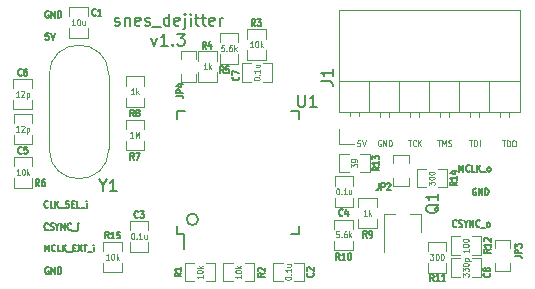
<source format=gto>
G04 #@! TF.GenerationSoftware,KiCad,Pcbnew,5.0.0-rc2+dfsg1-3*
G04 #@! TF.CreationDate,2018-07-29T23:17:11+03:00*
G04 #@! TF.ProjectId,snes_dejitter,736E65735F64656A69747465722E6B69,rev?*
G04 #@! TF.SameCoordinates,Original*
G04 #@! TF.FileFunction,Legend,Top*
G04 #@! TF.FilePolarity,Positive*
%FSLAX46Y46*%
G04 Gerber Fmt 4.6, Leading zero omitted, Abs format (unit mm)*
G04 Created by KiCad (PCBNEW 5.0.0-rc2+dfsg1-3) date Sun Jul 29 23:17:11 2018*
%MOMM*%
%LPD*%
G01*
G04 APERTURE LIST*
%ADD10C,0.200000*%
%ADD11C,0.119380*%
%ADD12C,0.120000*%
%ADD13C,0.150000*%
%ADD14C,0.127000*%
%ADD15C,0.114300*%
G04 APERTURE END LIST*
D10*
X22052380Y-14874761D02*
X22147619Y-14922380D01*
X22338095Y-14922380D01*
X22433333Y-14874761D01*
X22480952Y-14779523D01*
X22480952Y-14731904D01*
X22433333Y-14636666D01*
X22338095Y-14589047D01*
X22195238Y-14589047D01*
X22100000Y-14541428D01*
X22052380Y-14446190D01*
X22052380Y-14398571D01*
X22100000Y-14303333D01*
X22195238Y-14255714D01*
X22338095Y-14255714D01*
X22433333Y-14303333D01*
X22909523Y-14255714D02*
X22909523Y-14922380D01*
X22909523Y-14350952D02*
X22957142Y-14303333D01*
X23052380Y-14255714D01*
X23195238Y-14255714D01*
X23290476Y-14303333D01*
X23338095Y-14398571D01*
X23338095Y-14922380D01*
X24195238Y-14874761D02*
X24100000Y-14922380D01*
X23909523Y-14922380D01*
X23814285Y-14874761D01*
X23766666Y-14779523D01*
X23766666Y-14398571D01*
X23814285Y-14303333D01*
X23909523Y-14255714D01*
X24100000Y-14255714D01*
X24195238Y-14303333D01*
X24242857Y-14398571D01*
X24242857Y-14493809D01*
X23766666Y-14589047D01*
X24623809Y-14874761D02*
X24719047Y-14922380D01*
X24909523Y-14922380D01*
X25004761Y-14874761D01*
X25052380Y-14779523D01*
X25052380Y-14731904D01*
X25004761Y-14636666D01*
X24909523Y-14589047D01*
X24766666Y-14589047D01*
X24671428Y-14541428D01*
X24623809Y-14446190D01*
X24623809Y-14398571D01*
X24671428Y-14303333D01*
X24766666Y-14255714D01*
X24909523Y-14255714D01*
X25004761Y-14303333D01*
X25242857Y-15017619D02*
X26004761Y-15017619D01*
X26671428Y-14922380D02*
X26671428Y-13922380D01*
X26671428Y-14874761D02*
X26576190Y-14922380D01*
X26385714Y-14922380D01*
X26290476Y-14874761D01*
X26242857Y-14827142D01*
X26195238Y-14731904D01*
X26195238Y-14446190D01*
X26242857Y-14350952D01*
X26290476Y-14303333D01*
X26385714Y-14255714D01*
X26576190Y-14255714D01*
X26671428Y-14303333D01*
X27528571Y-14874761D02*
X27433333Y-14922380D01*
X27242857Y-14922380D01*
X27147619Y-14874761D01*
X27100000Y-14779523D01*
X27100000Y-14398571D01*
X27147619Y-14303333D01*
X27242857Y-14255714D01*
X27433333Y-14255714D01*
X27528571Y-14303333D01*
X27576190Y-14398571D01*
X27576190Y-14493809D01*
X27100000Y-14589047D01*
X28004761Y-14255714D02*
X28004761Y-15112857D01*
X27957142Y-15208095D01*
X27861904Y-15255714D01*
X27814285Y-15255714D01*
X28004761Y-13922380D02*
X27957142Y-13970000D01*
X28004761Y-14017619D01*
X28052380Y-13970000D01*
X28004761Y-13922380D01*
X28004761Y-14017619D01*
X28480952Y-14922380D02*
X28480952Y-14255714D01*
X28480952Y-13922380D02*
X28433333Y-13970000D01*
X28480952Y-14017619D01*
X28528571Y-13970000D01*
X28480952Y-13922380D01*
X28480952Y-14017619D01*
X28814285Y-14255714D02*
X29195238Y-14255714D01*
X28957142Y-13922380D02*
X28957142Y-14779523D01*
X29004761Y-14874761D01*
X29100000Y-14922380D01*
X29195238Y-14922380D01*
X29385714Y-14255714D02*
X29766666Y-14255714D01*
X29528571Y-13922380D02*
X29528571Y-14779523D01*
X29576190Y-14874761D01*
X29671428Y-14922380D01*
X29766666Y-14922380D01*
X30480952Y-14874761D02*
X30385714Y-14922380D01*
X30195238Y-14922380D01*
X30099999Y-14874761D01*
X30052380Y-14779523D01*
X30052380Y-14398571D01*
X30099999Y-14303333D01*
X30195238Y-14255714D01*
X30385714Y-14255714D01*
X30480952Y-14303333D01*
X30528571Y-14398571D01*
X30528571Y-14493809D01*
X30052380Y-14589047D01*
X30957142Y-14922380D02*
X30957142Y-14255714D01*
X30957142Y-14446190D02*
X31004761Y-14350952D01*
X31052380Y-14303333D01*
X31147619Y-14255714D01*
X31242857Y-14255714D01*
X25171428Y-15955714D02*
X25409523Y-16622380D01*
X25647619Y-15955714D01*
X26552380Y-16622380D02*
X25980952Y-16622380D01*
X26266666Y-16622380D02*
X26266666Y-15622380D01*
X26171428Y-15765238D01*
X26076190Y-15860476D01*
X25980952Y-15908095D01*
X26980952Y-16527142D02*
X27028571Y-16574761D01*
X26980952Y-16622380D01*
X26933333Y-16574761D01*
X26980952Y-16527142D01*
X26980952Y-16622380D01*
X27361904Y-15622380D02*
X27980952Y-15622380D01*
X27647619Y-16003333D01*
X27790476Y-16003333D01*
X27885714Y-16050952D01*
X27933333Y-16098571D01*
X27980952Y-16193809D01*
X27980952Y-16431904D01*
X27933333Y-16527142D01*
X27885714Y-16574761D01*
X27790476Y-16622380D01*
X27504761Y-16622380D01*
X27409523Y-16574761D01*
X27361904Y-16527142D01*
D11*
G04 #@! TO.C,R15*
X21075140Y-35020380D02*
X21075140Y-35802700D01*
X21075140Y-34019620D02*
X21075140Y-33237300D01*
X22644860Y-35020380D02*
X22644860Y-35802700D01*
X22644860Y-33237300D02*
X22644860Y-34019620D01*
X22622000Y-35810320D02*
X21098000Y-35810320D01*
X21098000Y-33229680D02*
X22622000Y-33229680D01*
G04 #@! TO.C,JP4*
X28930000Y-17740000D02*
X28930000Y-17090000D01*
X28930000Y-19040000D02*
X28930000Y-19690000D01*
X27630000Y-17740000D02*
X27630000Y-17090000D01*
X27630000Y-19690000D02*
X27630000Y-19040000D01*
X27630000Y-17090000D02*
X28930000Y-17090000D01*
X28930000Y-19690000D02*
X27630000Y-19690000D01*
G04 #@! TO.C,C1*
X19774860Y-14159620D02*
X19774860Y-13377300D01*
X19774860Y-15160380D02*
X19774860Y-15942700D01*
X18205140Y-14159620D02*
X18205140Y-13377300D01*
X18205140Y-15942700D02*
X18205140Y-15160380D01*
X18228000Y-13369680D02*
X19752000Y-13369680D01*
X19752000Y-15950320D02*
X18228000Y-15950320D01*
G04 #@! TO.C,C2*
X37270380Y-36564860D02*
X38052700Y-36564860D01*
X36269620Y-36564860D02*
X35487300Y-36564860D01*
X37270380Y-34995140D02*
X38052700Y-34995140D01*
X35487300Y-34995140D02*
X36269620Y-34995140D01*
X38060320Y-35018000D02*
X38060320Y-36542000D01*
X35479680Y-36542000D02*
X35479680Y-35018000D01*
G04 #@! TO.C,C3*
X23335140Y-33270380D02*
X23335140Y-34052700D01*
X23335140Y-32269620D02*
X23335140Y-31487300D01*
X24904860Y-33270380D02*
X24904860Y-34052700D01*
X24904860Y-31487300D02*
X24904860Y-32269620D01*
X24882000Y-34060320D02*
X23358000Y-34060320D01*
X23358000Y-31479680D02*
X24882000Y-31479680D01*
G04 #@! TO.C,C4*
X40675140Y-29490380D02*
X40675140Y-30272700D01*
X40675140Y-28489620D02*
X40675140Y-27707300D01*
X42244860Y-29490380D02*
X42244860Y-30272700D01*
X42244860Y-27707300D02*
X42244860Y-28489620D01*
X42222000Y-30280320D02*
X40698000Y-30280320D01*
X40698000Y-27699680D02*
X42222000Y-27699680D01*
G04 #@! TO.C,C5*
X15064860Y-23169620D02*
X15064860Y-22387300D01*
X15064860Y-24170380D02*
X15064860Y-24952700D01*
X13495140Y-23169620D02*
X13495140Y-22387300D01*
X13495140Y-24952700D02*
X13495140Y-24170380D01*
X13518000Y-22379680D02*
X15042000Y-22379680D01*
X15042000Y-24960320D02*
X13518000Y-24960320D01*
G04 #@! TO.C,C6*
X13485140Y-21240380D02*
X13485140Y-22022700D01*
X13485140Y-20239620D02*
X13485140Y-19457300D01*
X15054860Y-21240380D02*
X15054860Y-22022700D01*
X15054860Y-19457300D02*
X15054860Y-20239620D01*
X15032000Y-22030320D02*
X13508000Y-22030320D01*
X13508000Y-19449680D02*
X15032000Y-19449680D01*
G04 #@! TO.C,C7*
X34600380Y-19684860D02*
X35382700Y-19684860D01*
X33599620Y-19684860D02*
X32817300Y-19684860D01*
X34600380Y-18115140D02*
X35382700Y-18115140D01*
X32817300Y-18115140D02*
X33599620Y-18115140D01*
X35390320Y-18138000D02*
X35390320Y-19662000D01*
X32809680Y-19662000D02*
X32809680Y-18138000D01*
G04 #@! TO.C,C8*
X51289620Y-34605140D02*
X50507300Y-34605140D01*
X52290380Y-34605140D02*
X53072700Y-34605140D01*
X51289620Y-36174860D02*
X50507300Y-36174860D01*
X53072700Y-36174860D02*
X52290380Y-36174860D01*
X50499680Y-36152000D02*
X50499680Y-34628000D01*
X53080320Y-34628000D02*
X53080320Y-36152000D01*
D12*
G04 #@! TO.C,Q1*
X48000000Y-30920000D02*
X47070000Y-30920000D01*
X44840000Y-30920000D02*
X45770000Y-30920000D01*
X44840000Y-30920000D02*
X44840000Y-34080000D01*
X48000000Y-30920000D02*
X48000000Y-32380000D01*
D11*
G04 #@! TO.C,R1*
X29770380Y-36574860D02*
X30552700Y-36574860D01*
X28769620Y-36574860D02*
X27987300Y-36574860D01*
X29770380Y-35005140D02*
X30552700Y-35005140D01*
X27987300Y-35005140D02*
X28769620Y-35005140D01*
X30560320Y-35028000D02*
X30560320Y-36552000D01*
X27979680Y-36552000D02*
X27979680Y-35028000D01*
G04 #@! TO.C,R2*
X32049620Y-35005140D02*
X31267300Y-35005140D01*
X33050380Y-35005140D02*
X33832700Y-35005140D01*
X32049620Y-36574860D02*
X31267300Y-36574860D01*
X33832700Y-36574860D02*
X33050380Y-36574860D01*
X31259680Y-36552000D02*
X31259680Y-35028000D01*
X33840320Y-35028000D02*
X33840320Y-36552000D01*
G04 #@! TO.C,R3*
X34834860Y-16029620D02*
X34834860Y-15247300D01*
X34834860Y-17030380D02*
X34834860Y-17812700D01*
X33265140Y-16029620D02*
X33265140Y-15247300D01*
X33265140Y-17812700D02*
X33265140Y-17030380D01*
X33288000Y-15239680D02*
X34812000Y-15239680D01*
X34812000Y-17820320D02*
X33288000Y-17820320D01*
G04 #@! TO.C,R4*
X30704860Y-17899620D02*
X30704860Y-17117300D01*
X30704860Y-18900380D02*
X30704860Y-19682700D01*
X29135140Y-17899620D02*
X29135140Y-17117300D01*
X29135140Y-19682700D02*
X29135140Y-18900380D01*
X29158000Y-17109680D02*
X30682000Y-17109680D01*
X30682000Y-19690320D02*
X29158000Y-19690320D01*
G04 #@! TO.C,R5*
X32514860Y-16359620D02*
X32514860Y-15577300D01*
X32514860Y-17360380D02*
X32514860Y-18142700D01*
X30945140Y-16359620D02*
X30945140Y-15577300D01*
X30945140Y-18142700D02*
X30945140Y-17360380D01*
X30968000Y-15569680D02*
X32492000Y-15569680D01*
X32492000Y-18150320D02*
X30968000Y-18150320D01*
G04 #@! TO.C,R6*
X15074860Y-26849620D02*
X15074860Y-26067300D01*
X15074860Y-27850380D02*
X15074860Y-28632700D01*
X13505140Y-26849620D02*
X13505140Y-26067300D01*
X13505140Y-28632700D02*
X13505140Y-27850380D01*
X13528000Y-26059680D02*
X15052000Y-26059680D01*
X15052000Y-28640320D02*
X13528000Y-28640320D01*
G04 #@! TO.C,R7*
X24544860Y-23679620D02*
X24544860Y-22897300D01*
X24544860Y-24680380D02*
X24544860Y-25462700D01*
X22975140Y-23679620D02*
X22975140Y-22897300D01*
X22975140Y-25462700D02*
X22975140Y-24680380D01*
X22998000Y-22889680D02*
X24522000Y-22889680D01*
X24522000Y-25470320D02*
X22998000Y-25470320D01*
G04 #@! TO.C,R8*
X24544860Y-20029620D02*
X24544860Y-19247300D01*
X24544860Y-21030380D02*
X24544860Y-21812700D01*
X22975140Y-20029620D02*
X22975140Y-19247300D01*
X22975140Y-21812700D02*
X22975140Y-21030380D01*
X22998000Y-19239680D02*
X24522000Y-19239680D01*
X24522000Y-21820320D02*
X22998000Y-21820320D01*
G04 #@! TO.C,R9*
X42675140Y-31280380D02*
X42675140Y-32062700D01*
X42675140Y-30279620D02*
X42675140Y-29497300D01*
X44244860Y-31280380D02*
X44244860Y-32062700D01*
X44244860Y-29497300D02*
X44244860Y-30279620D01*
X44222000Y-32070320D02*
X42698000Y-32070320D01*
X42698000Y-29489680D02*
X44222000Y-29489680D01*
G04 #@! TO.C,R10*
X40665140Y-33140380D02*
X40665140Y-33922700D01*
X40665140Y-32139620D02*
X40665140Y-31357300D01*
X42234860Y-33140380D02*
X42234860Y-33922700D01*
X42234860Y-31357300D02*
X42234860Y-32139620D01*
X42212000Y-33930320D02*
X40688000Y-33930320D01*
X40688000Y-31349680D02*
X42212000Y-31349680D01*
G04 #@! TO.C,R11*
X48565140Y-35050380D02*
X48565140Y-35832700D01*
X48565140Y-34049620D02*
X48565140Y-33267300D01*
X50134860Y-35050380D02*
X50134860Y-35832700D01*
X50134860Y-33267300D02*
X50134860Y-34049620D01*
X50112000Y-35840320D02*
X48588000Y-35840320D01*
X48588000Y-33259680D02*
X50112000Y-33259680D01*
G04 #@! TO.C,R12*
X51289620Y-32765140D02*
X50507300Y-32765140D01*
X52290380Y-32765140D02*
X53072700Y-32765140D01*
X51289620Y-34334860D02*
X50507300Y-34334860D01*
X53072700Y-34334860D02*
X52290380Y-34334860D01*
X50499680Y-34312000D02*
X50499680Y-32788000D01*
X53080320Y-32788000D02*
X53080320Y-34312000D01*
G04 #@! TO.C,R13*
X41859620Y-25785140D02*
X41077300Y-25785140D01*
X42860380Y-25785140D02*
X43642700Y-25785140D01*
X41859620Y-27354860D02*
X41077300Y-27354860D01*
X43642700Y-27354860D02*
X42860380Y-27354860D01*
X41069680Y-27332000D02*
X41069680Y-25808000D01*
X43650320Y-25808000D02*
X43650320Y-27332000D01*
G04 #@! TO.C,R14*
X49410380Y-28634860D02*
X50192700Y-28634860D01*
X48409620Y-28634860D02*
X47627300Y-28634860D01*
X49410380Y-27065140D02*
X50192700Y-27065140D01*
X47627300Y-27065140D02*
X48409620Y-27065140D01*
X50200320Y-27088000D02*
X50200320Y-28612000D01*
X47619680Y-28612000D02*
X47619680Y-27088000D01*
D12*
G04 #@! TO.C,Y1*
X16505000Y-25365000D02*
X16505000Y-19115000D01*
X21555000Y-25365000D02*
X21555000Y-19115000D01*
X21555000Y-25365000D02*
G75*
G02X16505000Y-25365000I-2525000J0D01*
G01*
X21555000Y-19115000D02*
G75*
G03X16505000Y-19115000I-2525000J0D01*
G01*
D13*
G04 #@! TO.C,U1*
X29111964Y-31334940D02*
G75*
G03X29111964Y-31334940I-480544J0D01*
G01*
X27335000Y-32545000D02*
X27910000Y-32545000D01*
X27335000Y-22195000D02*
X28010000Y-22195000D01*
X37685000Y-22195000D02*
X37010000Y-22195000D01*
X37685000Y-32545000D02*
X37010000Y-32545000D01*
X27335000Y-32545000D02*
X27335000Y-31870000D01*
X37685000Y-32545000D02*
X37685000Y-31870000D01*
X37685000Y-22195000D02*
X37685000Y-22870000D01*
X27335000Y-22195000D02*
X27335000Y-22870000D01*
X27910000Y-32545000D02*
X27910000Y-33820000D01*
D12*
G04 #@! TO.C,J1*
X41020000Y-22250000D02*
X56380000Y-22250000D01*
X56380000Y-22250000D02*
X56380000Y-13590000D01*
X56380000Y-19590000D02*
X41020000Y-19590000D01*
X41020000Y-13590000D02*
X41020000Y-22250000D01*
X41020000Y-13590000D02*
X56380000Y-13590000D01*
X41970000Y-22580000D02*
X41970000Y-22250000D01*
X42730000Y-22580000D02*
X42730000Y-22250000D01*
X43620000Y-22250000D02*
X43620000Y-19590000D01*
X44510000Y-22647071D02*
X44510000Y-22250000D01*
X45270000Y-22647071D02*
X45270000Y-22250000D01*
X46160000Y-22250000D02*
X46160000Y-19590000D01*
X47050000Y-22647071D02*
X47050000Y-22250000D01*
X47810000Y-22647071D02*
X47810000Y-22250000D01*
X48700000Y-22250000D02*
X48700000Y-19590000D01*
X49590000Y-22647071D02*
X49590000Y-22250000D01*
X50350000Y-22647071D02*
X50350000Y-22250000D01*
X51240000Y-22250000D02*
X51240000Y-19590000D01*
X52130000Y-22647071D02*
X52130000Y-22250000D01*
X52890000Y-22647071D02*
X52890000Y-22250000D01*
X53780000Y-22250000D02*
X53780000Y-19590000D01*
X54670000Y-22647071D02*
X54670000Y-22250000D01*
X55430000Y-22647071D02*
X55430000Y-22250000D01*
X42350000Y-24960000D02*
X41080000Y-24960000D01*
X41080000Y-24960000D02*
X41080000Y-23690000D01*
D11*
G04 #@! TO.C,JP2*
X45650000Y-27850000D02*
X45650000Y-28500000D01*
X45650000Y-26550000D02*
X45650000Y-25900000D01*
X46950000Y-27850000D02*
X46950000Y-28500000D01*
X46950000Y-25900000D02*
X46950000Y-26550000D01*
X46950000Y-28500000D02*
X45650000Y-28500000D01*
X45650000Y-25900000D02*
X46950000Y-25900000D01*
G04 #@! TO.C,JP3*
X54260000Y-35050000D02*
X54260000Y-35700000D01*
X54260000Y-33750000D02*
X54260000Y-33100000D01*
X55560000Y-35050000D02*
X55560000Y-35700000D01*
X55560000Y-33100000D02*
X55560000Y-33750000D01*
X55560000Y-35700000D02*
X54260000Y-35700000D01*
X54260000Y-33100000D02*
X55560000Y-33100000D01*
G04 #@! TO.C,R15*
D14*
X21533428Y-32955480D02*
X21364095Y-32677290D01*
X21243142Y-32955480D02*
X21243142Y-32371280D01*
X21436666Y-32371280D01*
X21485047Y-32399100D01*
X21509238Y-32426919D01*
X21533428Y-32482557D01*
X21533428Y-32566014D01*
X21509238Y-32621652D01*
X21485047Y-32649471D01*
X21436666Y-32677290D01*
X21243142Y-32677290D01*
X22017238Y-32955480D02*
X21726952Y-32955480D01*
X21872095Y-32955480D02*
X21872095Y-32371280D01*
X21823714Y-32454738D01*
X21775333Y-32510376D01*
X21726952Y-32538195D01*
X22476857Y-32371280D02*
X22234952Y-32371280D01*
X22210761Y-32649471D01*
X22234952Y-32621652D01*
X22283333Y-32593833D01*
X22404285Y-32593833D01*
X22452666Y-32621652D01*
X22476857Y-32649471D01*
X22501047Y-32705109D01*
X22501047Y-32844204D01*
X22476857Y-32899842D01*
X22452666Y-32927661D01*
X22404285Y-32955480D01*
X22283333Y-32955480D01*
X22234952Y-32927661D01*
X22210761Y-32899842D01*
D15*
X21587857Y-34749809D02*
X21326600Y-34749809D01*
X21457228Y-34749809D02*
X21457228Y-34241809D01*
X21413685Y-34314380D01*
X21370142Y-34362761D01*
X21326600Y-34386952D01*
X21870885Y-34241809D02*
X21914428Y-34241809D01*
X21957971Y-34266000D01*
X21979742Y-34290190D01*
X22001514Y-34338571D01*
X22023285Y-34435333D01*
X22023285Y-34556285D01*
X22001514Y-34653047D01*
X21979742Y-34701428D01*
X21957971Y-34725619D01*
X21914428Y-34749809D01*
X21870885Y-34749809D01*
X21827342Y-34725619D01*
X21805571Y-34701428D01*
X21783800Y-34653047D01*
X21762028Y-34556285D01*
X21762028Y-34435333D01*
X21783800Y-34338571D01*
X21805571Y-34290190D01*
X21827342Y-34266000D01*
X21870885Y-34241809D01*
X22219228Y-34749809D02*
X22219228Y-34241809D01*
X22262771Y-34556285D02*
X22393400Y-34749809D01*
X22393400Y-34411142D02*
X22219228Y-34604666D01*
G04 #@! TO.C,JP4*
D14*
X27240080Y-20853333D02*
X27657366Y-20853333D01*
X27740823Y-20877523D01*
X27796461Y-20925904D01*
X27824280Y-20998476D01*
X27824280Y-21046857D01*
X27824280Y-20611428D02*
X27240080Y-20611428D01*
X27240080Y-20417904D01*
X27267900Y-20369523D01*
X27295719Y-20345333D01*
X27351357Y-20321142D01*
X27434814Y-20321142D01*
X27490452Y-20345333D01*
X27518271Y-20369523D01*
X27546090Y-20417904D01*
X27546090Y-20611428D01*
X27434814Y-19885714D02*
X27824280Y-19885714D01*
X27212261Y-20006666D02*
X27629547Y-20127619D01*
X27629547Y-19813142D01*
G04 #@! TO.C,C1*
X20445333Y-14028642D02*
X20421142Y-14056461D01*
X20348571Y-14084280D01*
X20300190Y-14084280D01*
X20227619Y-14056461D01*
X20179238Y-14000823D01*
X20155047Y-13945185D01*
X20130857Y-13833909D01*
X20130857Y-13750452D01*
X20155047Y-13639176D01*
X20179238Y-13583538D01*
X20227619Y-13527900D01*
X20300190Y-13500080D01*
X20348571Y-13500080D01*
X20421142Y-13527900D01*
X20445333Y-13555719D01*
X20929142Y-14084280D02*
X20638857Y-14084280D01*
X20784000Y-14084280D02*
X20784000Y-13500080D01*
X20735619Y-13583538D01*
X20687238Y-13639176D01*
X20638857Y-13666995D01*
D15*
X18696085Y-14889809D02*
X18434828Y-14889809D01*
X18565457Y-14889809D02*
X18565457Y-14381809D01*
X18521914Y-14454380D01*
X18478371Y-14502761D01*
X18434828Y-14526952D01*
X18979114Y-14381809D02*
X19022657Y-14381809D01*
X19066200Y-14406000D01*
X19087971Y-14430190D01*
X19109742Y-14478571D01*
X19131514Y-14575333D01*
X19131514Y-14696285D01*
X19109742Y-14793047D01*
X19087971Y-14841428D01*
X19066200Y-14865619D01*
X19022657Y-14889809D01*
X18979114Y-14889809D01*
X18935571Y-14865619D01*
X18913800Y-14841428D01*
X18892028Y-14793047D01*
X18870257Y-14696285D01*
X18870257Y-14575333D01*
X18892028Y-14478571D01*
X18913800Y-14430190D01*
X18935571Y-14406000D01*
X18979114Y-14381809D01*
X19523400Y-14551142D02*
X19523400Y-14889809D01*
X19327457Y-14551142D02*
X19327457Y-14817238D01*
X19349228Y-14865619D01*
X19392771Y-14889809D01*
X19458085Y-14889809D01*
X19501628Y-14865619D01*
X19523400Y-14841428D01*
G04 #@! TO.C,C2*
D14*
X38838642Y-35884666D02*
X38866461Y-35908857D01*
X38894280Y-35981428D01*
X38894280Y-36029809D01*
X38866461Y-36102380D01*
X38810823Y-36150761D01*
X38755185Y-36174952D01*
X38643909Y-36199142D01*
X38560452Y-36199142D01*
X38449176Y-36174952D01*
X38393538Y-36150761D01*
X38337900Y-36102380D01*
X38310080Y-36029809D01*
X38310080Y-35981428D01*
X38337900Y-35908857D01*
X38365719Y-35884666D01*
X38365719Y-35691142D02*
X38337900Y-35666952D01*
X38310080Y-35618571D01*
X38310080Y-35497619D01*
X38337900Y-35449238D01*
X38365719Y-35425047D01*
X38421357Y-35400857D01*
X38476995Y-35400857D01*
X38560452Y-35425047D01*
X38894280Y-35715333D01*
X38894280Y-35400857D01*
D15*
X36491809Y-36335171D02*
X36491809Y-36291628D01*
X36516000Y-36248085D01*
X36540190Y-36226314D01*
X36588571Y-36204542D01*
X36685333Y-36182771D01*
X36806285Y-36182771D01*
X36903047Y-36204542D01*
X36951428Y-36226314D01*
X36975619Y-36248085D01*
X36999809Y-36291628D01*
X36999809Y-36335171D01*
X36975619Y-36378714D01*
X36951428Y-36400485D01*
X36903047Y-36422257D01*
X36806285Y-36444028D01*
X36685333Y-36444028D01*
X36588571Y-36422257D01*
X36540190Y-36400485D01*
X36516000Y-36378714D01*
X36491809Y-36335171D01*
X36951428Y-35986828D02*
X36975619Y-35965057D01*
X36999809Y-35986828D01*
X36975619Y-36008600D01*
X36951428Y-35986828D01*
X36999809Y-35986828D01*
X36999809Y-35529628D02*
X36999809Y-35790885D01*
X36999809Y-35660257D02*
X36491809Y-35660257D01*
X36564380Y-35703800D01*
X36612761Y-35747342D01*
X36636952Y-35790885D01*
X36661142Y-35137742D02*
X36999809Y-35137742D01*
X36661142Y-35333685D02*
X36927238Y-35333685D01*
X36975619Y-35311914D01*
X36999809Y-35268371D01*
X36999809Y-35203057D01*
X36975619Y-35159514D01*
X36951428Y-35137742D01*
G04 #@! TO.C,C3*
D14*
X24035333Y-31149842D02*
X24011142Y-31177661D01*
X23938571Y-31205480D01*
X23890190Y-31205480D01*
X23817619Y-31177661D01*
X23769238Y-31122023D01*
X23745047Y-31066385D01*
X23720857Y-30955109D01*
X23720857Y-30871652D01*
X23745047Y-30760376D01*
X23769238Y-30704738D01*
X23817619Y-30649100D01*
X23890190Y-30621280D01*
X23938571Y-30621280D01*
X24011142Y-30649100D01*
X24035333Y-30676919D01*
X24204666Y-30621280D02*
X24519142Y-30621280D01*
X24349809Y-30843833D01*
X24422380Y-30843833D01*
X24470761Y-30871652D01*
X24494952Y-30899471D01*
X24519142Y-30955109D01*
X24519142Y-31094204D01*
X24494952Y-31149842D01*
X24470761Y-31177661D01*
X24422380Y-31205480D01*
X24277238Y-31205480D01*
X24228857Y-31177661D01*
X24204666Y-31149842D01*
D15*
X23564828Y-32491809D02*
X23608371Y-32491809D01*
X23651914Y-32516000D01*
X23673685Y-32540190D01*
X23695457Y-32588571D01*
X23717228Y-32685333D01*
X23717228Y-32806285D01*
X23695457Y-32903047D01*
X23673685Y-32951428D01*
X23651914Y-32975619D01*
X23608371Y-32999809D01*
X23564828Y-32999809D01*
X23521285Y-32975619D01*
X23499514Y-32951428D01*
X23477742Y-32903047D01*
X23455971Y-32806285D01*
X23455971Y-32685333D01*
X23477742Y-32588571D01*
X23499514Y-32540190D01*
X23521285Y-32516000D01*
X23564828Y-32491809D01*
X23913171Y-32951428D02*
X23934942Y-32975619D01*
X23913171Y-32999809D01*
X23891400Y-32975619D01*
X23913171Y-32951428D01*
X23913171Y-32999809D01*
X24370371Y-32999809D02*
X24109114Y-32999809D01*
X24239742Y-32999809D02*
X24239742Y-32491809D01*
X24196200Y-32564380D01*
X24152657Y-32612761D01*
X24109114Y-32636952D01*
X24762257Y-32661142D02*
X24762257Y-32999809D01*
X24566314Y-32661142D02*
X24566314Y-32927238D01*
X24588085Y-32975619D01*
X24631628Y-32999809D01*
X24696942Y-32999809D01*
X24740485Y-32975619D01*
X24762257Y-32951428D01*
G04 #@! TO.C,C4*
D14*
X41365333Y-30988642D02*
X41341142Y-31016461D01*
X41268571Y-31044280D01*
X41220190Y-31044280D01*
X41147619Y-31016461D01*
X41099238Y-30960823D01*
X41075047Y-30905185D01*
X41050857Y-30793909D01*
X41050857Y-30710452D01*
X41075047Y-30599176D01*
X41099238Y-30543538D01*
X41147619Y-30487900D01*
X41220190Y-30460080D01*
X41268571Y-30460080D01*
X41341142Y-30487900D01*
X41365333Y-30515719D01*
X41800761Y-30654814D02*
X41800761Y-31044280D01*
X41679809Y-30432261D02*
X41558857Y-30849547D01*
X41873333Y-30849547D01*
D15*
X40904828Y-28711809D02*
X40948371Y-28711809D01*
X40991914Y-28736000D01*
X41013685Y-28760190D01*
X41035457Y-28808571D01*
X41057228Y-28905333D01*
X41057228Y-29026285D01*
X41035457Y-29123047D01*
X41013685Y-29171428D01*
X40991914Y-29195619D01*
X40948371Y-29219809D01*
X40904828Y-29219809D01*
X40861285Y-29195619D01*
X40839514Y-29171428D01*
X40817742Y-29123047D01*
X40795971Y-29026285D01*
X40795971Y-28905333D01*
X40817742Y-28808571D01*
X40839514Y-28760190D01*
X40861285Y-28736000D01*
X40904828Y-28711809D01*
X41253171Y-29171428D02*
X41274942Y-29195619D01*
X41253171Y-29219809D01*
X41231400Y-29195619D01*
X41253171Y-29171428D01*
X41253171Y-29219809D01*
X41710371Y-29219809D02*
X41449114Y-29219809D01*
X41579742Y-29219809D02*
X41579742Y-28711809D01*
X41536200Y-28784380D01*
X41492657Y-28832761D01*
X41449114Y-28856952D01*
X42102257Y-28881142D02*
X42102257Y-29219809D01*
X41906314Y-28881142D02*
X41906314Y-29147238D01*
X41928085Y-29195619D01*
X41971628Y-29219809D01*
X42036942Y-29219809D01*
X42080485Y-29195619D01*
X42102257Y-29171428D01*
G04 #@! TO.C,C5*
D14*
X14195333Y-25707442D02*
X14171142Y-25735261D01*
X14098571Y-25763080D01*
X14050190Y-25763080D01*
X13977619Y-25735261D01*
X13929238Y-25679623D01*
X13905047Y-25623985D01*
X13880857Y-25512709D01*
X13880857Y-25429252D01*
X13905047Y-25317976D01*
X13929238Y-25262338D01*
X13977619Y-25206700D01*
X14050190Y-25178880D01*
X14098571Y-25178880D01*
X14171142Y-25206700D01*
X14195333Y-25234519D01*
X14654952Y-25178880D02*
X14413047Y-25178880D01*
X14388857Y-25457071D01*
X14413047Y-25429252D01*
X14461428Y-25401433D01*
X14582380Y-25401433D01*
X14630761Y-25429252D01*
X14654952Y-25457071D01*
X14679142Y-25512709D01*
X14679142Y-25651804D01*
X14654952Y-25707442D01*
X14630761Y-25735261D01*
X14582380Y-25763080D01*
X14461428Y-25763080D01*
X14413047Y-25735261D01*
X14388857Y-25707442D01*
D15*
X13986085Y-23899809D02*
X13724828Y-23899809D01*
X13855457Y-23899809D02*
X13855457Y-23391809D01*
X13811914Y-23464380D01*
X13768371Y-23512761D01*
X13724828Y-23536952D01*
X14160257Y-23440190D02*
X14182028Y-23416000D01*
X14225571Y-23391809D01*
X14334428Y-23391809D01*
X14377971Y-23416000D01*
X14399742Y-23440190D01*
X14421514Y-23488571D01*
X14421514Y-23536952D01*
X14399742Y-23609523D01*
X14138485Y-23899809D01*
X14421514Y-23899809D01*
X14617457Y-23561142D02*
X14617457Y-24069142D01*
X14617457Y-23585333D02*
X14661000Y-23561142D01*
X14748085Y-23561142D01*
X14791628Y-23585333D01*
X14813400Y-23609523D01*
X14835171Y-23657904D01*
X14835171Y-23803047D01*
X14813400Y-23851428D01*
X14791628Y-23875619D01*
X14748085Y-23899809D01*
X14661000Y-23899809D01*
X14617457Y-23875619D01*
G04 #@! TO.C,C6*
D14*
X14185333Y-19119842D02*
X14161142Y-19147661D01*
X14088571Y-19175480D01*
X14040190Y-19175480D01*
X13967619Y-19147661D01*
X13919238Y-19092023D01*
X13895047Y-19036385D01*
X13870857Y-18925109D01*
X13870857Y-18841652D01*
X13895047Y-18730376D01*
X13919238Y-18674738D01*
X13967619Y-18619100D01*
X14040190Y-18591280D01*
X14088571Y-18591280D01*
X14161142Y-18619100D01*
X14185333Y-18646919D01*
X14620761Y-18591280D02*
X14524000Y-18591280D01*
X14475619Y-18619100D01*
X14451428Y-18646919D01*
X14403047Y-18730376D01*
X14378857Y-18841652D01*
X14378857Y-19064204D01*
X14403047Y-19119842D01*
X14427238Y-19147661D01*
X14475619Y-19175480D01*
X14572380Y-19175480D01*
X14620761Y-19147661D01*
X14644952Y-19119842D01*
X14669142Y-19064204D01*
X14669142Y-18925109D01*
X14644952Y-18869471D01*
X14620761Y-18841652D01*
X14572380Y-18813833D01*
X14475619Y-18813833D01*
X14427238Y-18841652D01*
X14403047Y-18869471D01*
X14378857Y-18925109D01*
D15*
X13976085Y-20969809D02*
X13714828Y-20969809D01*
X13845457Y-20969809D02*
X13845457Y-20461809D01*
X13801914Y-20534380D01*
X13758371Y-20582761D01*
X13714828Y-20606952D01*
X14150257Y-20510190D02*
X14172028Y-20486000D01*
X14215571Y-20461809D01*
X14324428Y-20461809D01*
X14367971Y-20486000D01*
X14389742Y-20510190D01*
X14411514Y-20558571D01*
X14411514Y-20606952D01*
X14389742Y-20679523D01*
X14128485Y-20969809D01*
X14411514Y-20969809D01*
X14607457Y-20631142D02*
X14607457Y-21139142D01*
X14607457Y-20655333D02*
X14651000Y-20631142D01*
X14738085Y-20631142D01*
X14781628Y-20655333D01*
X14803400Y-20679523D01*
X14825171Y-20727904D01*
X14825171Y-20873047D01*
X14803400Y-20921428D01*
X14781628Y-20945619D01*
X14738085Y-20969809D01*
X14651000Y-20969809D01*
X14607457Y-20945619D01*
G04 #@! TO.C,C7*
D14*
X32558642Y-19244666D02*
X32586461Y-19268857D01*
X32614280Y-19341428D01*
X32614280Y-19389809D01*
X32586461Y-19462380D01*
X32530823Y-19510761D01*
X32475185Y-19534952D01*
X32363909Y-19559142D01*
X32280452Y-19559142D01*
X32169176Y-19534952D01*
X32113538Y-19510761D01*
X32057900Y-19462380D01*
X32030080Y-19389809D01*
X32030080Y-19341428D01*
X32057900Y-19268857D01*
X32085719Y-19244666D01*
X32030080Y-19075333D02*
X32030080Y-18736666D01*
X32614280Y-18954380D01*
D15*
X33821809Y-19455171D02*
X33821809Y-19411628D01*
X33846000Y-19368085D01*
X33870190Y-19346314D01*
X33918571Y-19324542D01*
X34015333Y-19302771D01*
X34136285Y-19302771D01*
X34233047Y-19324542D01*
X34281428Y-19346314D01*
X34305619Y-19368085D01*
X34329809Y-19411628D01*
X34329809Y-19455171D01*
X34305619Y-19498714D01*
X34281428Y-19520485D01*
X34233047Y-19542257D01*
X34136285Y-19564028D01*
X34015333Y-19564028D01*
X33918571Y-19542257D01*
X33870190Y-19520485D01*
X33846000Y-19498714D01*
X33821809Y-19455171D01*
X34281428Y-19106828D02*
X34305619Y-19085057D01*
X34329809Y-19106828D01*
X34305619Y-19128600D01*
X34281428Y-19106828D01*
X34329809Y-19106828D01*
X34329809Y-18649628D02*
X34329809Y-18910885D01*
X34329809Y-18780257D02*
X33821809Y-18780257D01*
X33894380Y-18823800D01*
X33942761Y-18867342D01*
X33966952Y-18910885D01*
X33991142Y-18257742D02*
X34329809Y-18257742D01*
X33991142Y-18453685D02*
X34257238Y-18453685D01*
X34305619Y-18431914D01*
X34329809Y-18388371D01*
X34329809Y-18323057D01*
X34305619Y-18279514D01*
X34281428Y-18257742D01*
G04 #@! TO.C,C8*
D14*
X53798642Y-35904666D02*
X53826461Y-35928857D01*
X53854280Y-36001428D01*
X53854280Y-36049809D01*
X53826461Y-36122380D01*
X53770823Y-36170761D01*
X53715185Y-36194952D01*
X53603909Y-36219142D01*
X53520452Y-36219142D01*
X53409176Y-36194952D01*
X53353538Y-36170761D01*
X53297900Y-36122380D01*
X53270080Y-36049809D01*
X53270080Y-36001428D01*
X53297900Y-35928857D01*
X53325719Y-35904666D01*
X53520452Y-35614380D02*
X53492633Y-35662761D01*
X53464814Y-35686952D01*
X53409176Y-35711142D01*
X53381357Y-35711142D01*
X53325719Y-35686952D01*
X53297900Y-35662761D01*
X53270080Y-35614380D01*
X53270080Y-35517619D01*
X53297900Y-35469238D01*
X53325719Y-35445047D01*
X53381357Y-35420857D01*
X53409176Y-35420857D01*
X53464814Y-35445047D01*
X53492633Y-35469238D01*
X53520452Y-35517619D01*
X53520452Y-35614380D01*
X53548271Y-35662761D01*
X53576090Y-35686952D01*
X53631728Y-35711142D01*
X53743004Y-35711142D01*
X53798642Y-35686952D01*
X53826461Y-35662761D01*
X53854280Y-35614380D01*
X53854280Y-35517619D01*
X53826461Y-35469238D01*
X53798642Y-35445047D01*
X53743004Y-35420857D01*
X53631728Y-35420857D01*
X53576090Y-35445047D01*
X53548271Y-35469238D01*
X53520452Y-35517619D01*
D15*
X51511809Y-36184657D02*
X51511809Y-35901628D01*
X51705333Y-36054028D01*
X51705333Y-35988714D01*
X51729523Y-35945171D01*
X51753714Y-35923400D01*
X51802095Y-35901628D01*
X51923047Y-35901628D01*
X51971428Y-35923400D01*
X51995619Y-35945171D01*
X52019809Y-35988714D01*
X52019809Y-36119342D01*
X51995619Y-36162885D01*
X51971428Y-36184657D01*
X51511809Y-35749228D02*
X51511809Y-35466200D01*
X51705333Y-35618600D01*
X51705333Y-35553285D01*
X51729523Y-35509742D01*
X51753714Y-35487971D01*
X51802095Y-35466200D01*
X51923047Y-35466200D01*
X51971428Y-35487971D01*
X51995619Y-35509742D01*
X52019809Y-35553285D01*
X52019809Y-35683914D01*
X51995619Y-35727457D01*
X51971428Y-35749228D01*
X51511809Y-35183171D02*
X51511809Y-35139628D01*
X51536000Y-35096085D01*
X51560190Y-35074314D01*
X51608571Y-35052542D01*
X51705333Y-35030771D01*
X51826285Y-35030771D01*
X51923047Y-35052542D01*
X51971428Y-35074314D01*
X51995619Y-35096085D01*
X52019809Y-35139628D01*
X52019809Y-35183171D01*
X51995619Y-35226714D01*
X51971428Y-35248485D01*
X51923047Y-35270257D01*
X51826285Y-35292028D01*
X51705333Y-35292028D01*
X51608571Y-35270257D01*
X51560190Y-35248485D01*
X51536000Y-35226714D01*
X51511809Y-35183171D01*
X51681142Y-34834828D02*
X52189142Y-34834828D01*
X51705333Y-34834828D02*
X51681142Y-34791285D01*
X51681142Y-34704200D01*
X51705333Y-34660657D01*
X51729523Y-34638885D01*
X51777904Y-34617114D01*
X51923047Y-34617114D01*
X51971428Y-34638885D01*
X51995619Y-34660657D01*
X52019809Y-34704200D01*
X52019809Y-34791285D01*
X51995619Y-34834828D01*
G04 #@! TO.C,Q1*
D13*
X49517619Y-30055238D02*
X49470000Y-30150476D01*
X49374761Y-30245714D01*
X49231904Y-30388571D01*
X49184285Y-30483809D01*
X49184285Y-30579047D01*
X49422380Y-30531428D02*
X49374761Y-30626666D01*
X49279523Y-30721904D01*
X49089047Y-30769523D01*
X48755714Y-30769523D01*
X48565238Y-30721904D01*
X48470000Y-30626666D01*
X48422380Y-30531428D01*
X48422380Y-30340952D01*
X48470000Y-30245714D01*
X48565238Y-30150476D01*
X48755714Y-30102857D01*
X49089047Y-30102857D01*
X49279523Y-30150476D01*
X49374761Y-30245714D01*
X49422380Y-30340952D01*
X49422380Y-30531428D01*
X49422380Y-29150476D02*
X49422380Y-29721904D01*
X49422380Y-29436190D02*
X48422380Y-29436190D01*
X48565238Y-29531428D01*
X48660476Y-29626666D01*
X48708095Y-29721904D01*
G04 #@! TO.C,R1*
D14*
X27705480Y-35874666D02*
X27427290Y-36044000D01*
X27705480Y-36164952D02*
X27121280Y-36164952D01*
X27121280Y-35971428D01*
X27149100Y-35923047D01*
X27176919Y-35898857D01*
X27232557Y-35874666D01*
X27316014Y-35874666D01*
X27371652Y-35898857D01*
X27399471Y-35923047D01*
X27427290Y-35971428D01*
X27427290Y-36164952D01*
X27705480Y-35390857D02*
X27705480Y-35681142D01*
X27705480Y-35536000D02*
X27121280Y-35536000D01*
X27204738Y-35584380D01*
X27260376Y-35632761D01*
X27288195Y-35681142D01*
D15*
X29499809Y-36062142D02*
X29499809Y-36323400D01*
X29499809Y-36192771D02*
X28991809Y-36192771D01*
X29064380Y-36236314D01*
X29112761Y-36279857D01*
X29136952Y-36323400D01*
X28991809Y-35779114D02*
X28991809Y-35735571D01*
X29016000Y-35692028D01*
X29040190Y-35670257D01*
X29088571Y-35648485D01*
X29185333Y-35626714D01*
X29306285Y-35626714D01*
X29403047Y-35648485D01*
X29451428Y-35670257D01*
X29475619Y-35692028D01*
X29499809Y-35735571D01*
X29499809Y-35779114D01*
X29475619Y-35822657D01*
X29451428Y-35844428D01*
X29403047Y-35866200D01*
X29306285Y-35887971D01*
X29185333Y-35887971D01*
X29088571Y-35866200D01*
X29040190Y-35844428D01*
X29016000Y-35822657D01*
X28991809Y-35779114D01*
X29499809Y-35430771D02*
X28991809Y-35430771D01*
X29306285Y-35387228D02*
X29499809Y-35256600D01*
X29161142Y-35256600D02*
X29354666Y-35430771D01*
G04 #@! TO.C,R2*
D14*
X34744280Y-35904666D02*
X34466090Y-36074000D01*
X34744280Y-36194952D02*
X34160080Y-36194952D01*
X34160080Y-36001428D01*
X34187900Y-35953047D01*
X34215719Y-35928857D01*
X34271357Y-35904666D01*
X34354814Y-35904666D01*
X34410452Y-35928857D01*
X34438271Y-35953047D01*
X34466090Y-36001428D01*
X34466090Y-36194952D01*
X34215719Y-35711142D02*
X34187900Y-35686952D01*
X34160080Y-35638571D01*
X34160080Y-35517619D01*
X34187900Y-35469238D01*
X34215719Y-35445047D01*
X34271357Y-35420857D01*
X34326995Y-35420857D01*
X34410452Y-35445047D01*
X34744280Y-35735333D01*
X34744280Y-35420857D01*
D15*
X32779809Y-36062142D02*
X32779809Y-36323400D01*
X32779809Y-36192771D02*
X32271809Y-36192771D01*
X32344380Y-36236314D01*
X32392761Y-36279857D01*
X32416952Y-36323400D01*
X32271809Y-35779114D02*
X32271809Y-35735571D01*
X32296000Y-35692028D01*
X32320190Y-35670257D01*
X32368571Y-35648485D01*
X32465333Y-35626714D01*
X32586285Y-35626714D01*
X32683047Y-35648485D01*
X32731428Y-35670257D01*
X32755619Y-35692028D01*
X32779809Y-35735571D01*
X32779809Y-35779114D01*
X32755619Y-35822657D01*
X32731428Y-35844428D01*
X32683047Y-35866200D01*
X32586285Y-35887971D01*
X32465333Y-35887971D01*
X32368571Y-35866200D01*
X32320190Y-35844428D01*
X32296000Y-35822657D01*
X32271809Y-35779114D01*
X32779809Y-35430771D02*
X32271809Y-35430771D01*
X32586285Y-35387228D02*
X32779809Y-35256600D01*
X32441142Y-35256600D02*
X32634666Y-35430771D01*
G04 #@! TO.C,R3*
D14*
X33975333Y-14954280D02*
X33806000Y-14676090D01*
X33685047Y-14954280D02*
X33685047Y-14370080D01*
X33878571Y-14370080D01*
X33926952Y-14397900D01*
X33951142Y-14425719D01*
X33975333Y-14481357D01*
X33975333Y-14564814D01*
X33951142Y-14620452D01*
X33926952Y-14648271D01*
X33878571Y-14676090D01*
X33685047Y-14676090D01*
X34144666Y-14370080D02*
X34459142Y-14370080D01*
X34289809Y-14592633D01*
X34362380Y-14592633D01*
X34410761Y-14620452D01*
X34434952Y-14648271D01*
X34459142Y-14703909D01*
X34459142Y-14843004D01*
X34434952Y-14898642D01*
X34410761Y-14926461D01*
X34362380Y-14954280D01*
X34217238Y-14954280D01*
X34168857Y-14926461D01*
X34144666Y-14898642D01*
D15*
X33777857Y-16759809D02*
X33516600Y-16759809D01*
X33647228Y-16759809D02*
X33647228Y-16251809D01*
X33603685Y-16324380D01*
X33560142Y-16372761D01*
X33516600Y-16396952D01*
X34060885Y-16251809D02*
X34104428Y-16251809D01*
X34147971Y-16276000D01*
X34169742Y-16300190D01*
X34191514Y-16348571D01*
X34213285Y-16445333D01*
X34213285Y-16566285D01*
X34191514Y-16663047D01*
X34169742Y-16711428D01*
X34147971Y-16735619D01*
X34104428Y-16759809D01*
X34060885Y-16759809D01*
X34017342Y-16735619D01*
X33995571Y-16711428D01*
X33973800Y-16663047D01*
X33952028Y-16566285D01*
X33952028Y-16445333D01*
X33973800Y-16348571D01*
X33995571Y-16300190D01*
X34017342Y-16276000D01*
X34060885Y-16251809D01*
X34409228Y-16759809D02*
X34409228Y-16251809D01*
X34452771Y-16566285D02*
X34583400Y-16759809D01*
X34583400Y-16421142D02*
X34409228Y-16614666D01*
G04 #@! TO.C,R4*
D14*
X29785333Y-16884280D02*
X29616000Y-16606090D01*
X29495047Y-16884280D02*
X29495047Y-16300080D01*
X29688571Y-16300080D01*
X29736952Y-16327900D01*
X29761142Y-16355719D01*
X29785333Y-16411357D01*
X29785333Y-16494814D01*
X29761142Y-16550452D01*
X29736952Y-16578271D01*
X29688571Y-16606090D01*
X29495047Y-16606090D01*
X30220761Y-16494814D02*
X30220761Y-16884280D01*
X30099809Y-16272261D02*
X29978857Y-16689547D01*
X30293333Y-16689547D01*
D15*
X29865571Y-18629809D02*
X29604314Y-18629809D01*
X29734942Y-18629809D02*
X29734942Y-18121809D01*
X29691400Y-18194380D01*
X29647857Y-18242761D01*
X29604314Y-18266952D01*
X30061514Y-18629809D02*
X30061514Y-18121809D01*
X30105057Y-18436285D02*
X30235685Y-18629809D01*
X30235685Y-18291142D02*
X30061514Y-18484666D01*
G04 #@! TO.C,R5*
D14*
X31275333Y-18954280D02*
X31106000Y-18676090D01*
X30985047Y-18954280D02*
X30985047Y-18370080D01*
X31178571Y-18370080D01*
X31226952Y-18397900D01*
X31251142Y-18425719D01*
X31275333Y-18481357D01*
X31275333Y-18564814D01*
X31251142Y-18620452D01*
X31226952Y-18648271D01*
X31178571Y-18676090D01*
X30985047Y-18676090D01*
X31734952Y-18370080D02*
X31493047Y-18370080D01*
X31468857Y-18648271D01*
X31493047Y-18620452D01*
X31541428Y-18592633D01*
X31662380Y-18592633D01*
X31710761Y-18620452D01*
X31734952Y-18648271D01*
X31759142Y-18703909D01*
X31759142Y-18843004D01*
X31734952Y-18898642D01*
X31710761Y-18926461D01*
X31662380Y-18954280D01*
X31541428Y-18954280D01*
X31493047Y-18926461D01*
X31468857Y-18898642D01*
D15*
X31327228Y-16581809D02*
X31109514Y-16581809D01*
X31087742Y-16823714D01*
X31109514Y-16799523D01*
X31153057Y-16775333D01*
X31261914Y-16775333D01*
X31305457Y-16799523D01*
X31327228Y-16823714D01*
X31349000Y-16872095D01*
X31349000Y-16993047D01*
X31327228Y-17041428D01*
X31305457Y-17065619D01*
X31261914Y-17089809D01*
X31153057Y-17089809D01*
X31109514Y-17065619D01*
X31087742Y-17041428D01*
X31544942Y-17041428D02*
X31566714Y-17065619D01*
X31544942Y-17089809D01*
X31523171Y-17065619D01*
X31544942Y-17041428D01*
X31544942Y-17089809D01*
X31958600Y-16581809D02*
X31871514Y-16581809D01*
X31827971Y-16606000D01*
X31806200Y-16630190D01*
X31762657Y-16702761D01*
X31740885Y-16799523D01*
X31740885Y-16993047D01*
X31762657Y-17041428D01*
X31784428Y-17065619D01*
X31827971Y-17089809D01*
X31915057Y-17089809D01*
X31958600Y-17065619D01*
X31980371Y-17041428D01*
X32002142Y-16993047D01*
X32002142Y-16872095D01*
X31980371Y-16823714D01*
X31958600Y-16799523D01*
X31915057Y-16775333D01*
X31827971Y-16775333D01*
X31784428Y-16799523D01*
X31762657Y-16823714D01*
X31740885Y-16872095D01*
X32198085Y-17089809D02*
X32198085Y-16581809D01*
X32241628Y-16896285D02*
X32372257Y-17089809D01*
X32372257Y-16751142D02*
X32198085Y-16944666D01*
G04 #@! TO.C,R6*
D14*
X15685333Y-28504280D02*
X15516000Y-28226090D01*
X15395047Y-28504280D02*
X15395047Y-27920080D01*
X15588571Y-27920080D01*
X15636952Y-27947900D01*
X15661142Y-27975719D01*
X15685333Y-28031357D01*
X15685333Y-28114814D01*
X15661142Y-28170452D01*
X15636952Y-28198271D01*
X15588571Y-28226090D01*
X15395047Y-28226090D01*
X16120761Y-27920080D02*
X16024000Y-27920080D01*
X15975619Y-27947900D01*
X15951428Y-27975719D01*
X15903047Y-28059176D01*
X15878857Y-28170452D01*
X15878857Y-28393004D01*
X15903047Y-28448642D01*
X15927238Y-28476461D01*
X15975619Y-28504280D01*
X16072380Y-28504280D01*
X16120761Y-28476461D01*
X16144952Y-28448642D01*
X16169142Y-28393004D01*
X16169142Y-28253909D01*
X16144952Y-28198271D01*
X16120761Y-28170452D01*
X16072380Y-28142633D01*
X15975619Y-28142633D01*
X15927238Y-28170452D01*
X15903047Y-28198271D01*
X15878857Y-28253909D01*
D15*
X14017857Y-27579809D02*
X13756600Y-27579809D01*
X13887228Y-27579809D02*
X13887228Y-27071809D01*
X13843685Y-27144380D01*
X13800142Y-27192761D01*
X13756600Y-27216952D01*
X14300885Y-27071809D02*
X14344428Y-27071809D01*
X14387971Y-27096000D01*
X14409742Y-27120190D01*
X14431514Y-27168571D01*
X14453285Y-27265333D01*
X14453285Y-27386285D01*
X14431514Y-27483047D01*
X14409742Y-27531428D01*
X14387971Y-27555619D01*
X14344428Y-27579809D01*
X14300885Y-27579809D01*
X14257342Y-27555619D01*
X14235571Y-27531428D01*
X14213800Y-27483047D01*
X14192028Y-27386285D01*
X14192028Y-27265333D01*
X14213800Y-27168571D01*
X14235571Y-27120190D01*
X14257342Y-27096000D01*
X14300885Y-27071809D01*
X14649228Y-27579809D02*
X14649228Y-27071809D01*
X14692771Y-27386285D02*
X14823400Y-27579809D01*
X14823400Y-27241142D02*
X14649228Y-27434666D01*
G04 #@! TO.C,R7*
D14*
X23675333Y-26273080D02*
X23506000Y-25994890D01*
X23385047Y-26273080D02*
X23385047Y-25688880D01*
X23578571Y-25688880D01*
X23626952Y-25716700D01*
X23651142Y-25744519D01*
X23675333Y-25800157D01*
X23675333Y-25883614D01*
X23651142Y-25939252D01*
X23626952Y-25967071D01*
X23578571Y-25994890D01*
X23385047Y-25994890D01*
X23844666Y-25688880D02*
X24183333Y-25688880D01*
X23965619Y-26273080D01*
D15*
X23629371Y-24409809D02*
X23368114Y-24409809D01*
X23498742Y-24409809D02*
X23498742Y-23901809D01*
X23455200Y-23974380D01*
X23411657Y-24022761D01*
X23368114Y-24046952D01*
X23825314Y-24409809D02*
X23825314Y-23901809D01*
X23977714Y-24264666D01*
X24130114Y-23901809D01*
X24130114Y-24409809D01*
G04 #@! TO.C,R8*
D14*
X23675333Y-22623080D02*
X23506000Y-22344890D01*
X23385047Y-22623080D02*
X23385047Y-22038880D01*
X23578571Y-22038880D01*
X23626952Y-22066700D01*
X23651142Y-22094519D01*
X23675333Y-22150157D01*
X23675333Y-22233614D01*
X23651142Y-22289252D01*
X23626952Y-22317071D01*
X23578571Y-22344890D01*
X23385047Y-22344890D01*
X23965619Y-22289252D02*
X23917238Y-22261433D01*
X23893047Y-22233614D01*
X23868857Y-22177976D01*
X23868857Y-22150157D01*
X23893047Y-22094519D01*
X23917238Y-22066700D01*
X23965619Y-22038880D01*
X24062380Y-22038880D01*
X24110761Y-22066700D01*
X24134952Y-22094519D01*
X24159142Y-22150157D01*
X24159142Y-22177976D01*
X24134952Y-22233614D01*
X24110761Y-22261433D01*
X24062380Y-22289252D01*
X23965619Y-22289252D01*
X23917238Y-22317071D01*
X23893047Y-22344890D01*
X23868857Y-22400528D01*
X23868857Y-22511804D01*
X23893047Y-22567442D01*
X23917238Y-22595261D01*
X23965619Y-22623080D01*
X24062380Y-22623080D01*
X24110761Y-22595261D01*
X24134952Y-22567442D01*
X24159142Y-22511804D01*
X24159142Y-22400528D01*
X24134952Y-22344890D01*
X24110761Y-22317071D01*
X24062380Y-22289252D01*
D15*
X23705571Y-20759809D02*
X23444314Y-20759809D01*
X23574942Y-20759809D02*
X23574942Y-20251809D01*
X23531400Y-20324380D01*
X23487857Y-20372761D01*
X23444314Y-20396952D01*
X23901514Y-20759809D02*
X23901514Y-20251809D01*
X23945057Y-20566285D02*
X24075685Y-20759809D01*
X24075685Y-20421142D02*
X23901514Y-20614666D01*
G04 #@! TO.C,R9*
D14*
X43395333Y-32884280D02*
X43226000Y-32606090D01*
X43105047Y-32884280D02*
X43105047Y-32300080D01*
X43298571Y-32300080D01*
X43346952Y-32327900D01*
X43371142Y-32355719D01*
X43395333Y-32411357D01*
X43395333Y-32494814D01*
X43371142Y-32550452D01*
X43346952Y-32578271D01*
X43298571Y-32606090D01*
X43105047Y-32606090D01*
X43637238Y-32884280D02*
X43734000Y-32884280D01*
X43782380Y-32856461D01*
X43806571Y-32828642D01*
X43854952Y-32745185D01*
X43879142Y-32633909D01*
X43879142Y-32411357D01*
X43854952Y-32355719D01*
X43830761Y-32327900D01*
X43782380Y-32300080D01*
X43685619Y-32300080D01*
X43637238Y-32327900D01*
X43613047Y-32355719D01*
X43588857Y-32411357D01*
X43588857Y-32550452D01*
X43613047Y-32606090D01*
X43637238Y-32633909D01*
X43685619Y-32661728D01*
X43782380Y-32661728D01*
X43830761Y-32633909D01*
X43854952Y-32606090D01*
X43879142Y-32550452D01*
D15*
X43405571Y-31009809D02*
X43144314Y-31009809D01*
X43274942Y-31009809D02*
X43274942Y-30501809D01*
X43231400Y-30574380D01*
X43187857Y-30622761D01*
X43144314Y-30646952D01*
X43601514Y-31009809D02*
X43601514Y-30501809D01*
X43645057Y-30816285D02*
X43775685Y-31009809D01*
X43775685Y-30671142D02*
X43601514Y-30864666D01*
G04 #@! TO.C,R10*
D14*
X41113428Y-34764280D02*
X40944095Y-34486090D01*
X40823142Y-34764280D02*
X40823142Y-34180080D01*
X41016666Y-34180080D01*
X41065047Y-34207900D01*
X41089238Y-34235719D01*
X41113428Y-34291357D01*
X41113428Y-34374814D01*
X41089238Y-34430452D01*
X41065047Y-34458271D01*
X41016666Y-34486090D01*
X40823142Y-34486090D01*
X41597238Y-34764280D02*
X41306952Y-34764280D01*
X41452095Y-34764280D02*
X41452095Y-34180080D01*
X41403714Y-34263538D01*
X41355333Y-34319176D01*
X41306952Y-34346995D01*
X41911714Y-34180080D02*
X41960095Y-34180080D01*
X42008476Y-34207900D01*
X42032666Y-34235719D01*
X42056857Y-34291357D01*
X42081047Y-34402633D01*
X42081047Y-34541728D01*
X42056857Y-34653004D01*
X42032666Y-34708642D01*
X42008476Y-34736461D01*
X41960095Y-34764280D01*
X41911714Y-34764280D01*
X41863333Y-34736461D01*
X41839142Y-34708642D01*
X41814952Y-34653004D01*
X41790761Y-34541728D01*
X41790761Y-34402633D01*
X41814952Y-34291357D01*
X41839142Y-34235719D01*
X41863333Y-34207900D01*
X41911714Y-34180080D01*
D15*
X41047228Y-32361809D02*
X40829514Y-32361809D01*
X40807742Y-32603714D01*
X40829514Y-32579523D01*
X40873057Y-32555333D01*
X40981914Y-32555333D01*
X41025457Y-32579523D01*
X41047228Y-32603714D01*
X41069000Y-32652095D01*
X41069000Y-32773047D01*
X41047228Y-32821428D01*
X41025457Y-32845619D01*
X40981914Y-32869809D01*
X40873057Y-32869809D01*
X40829514Y-32845619D01*
X40807742Y-32821428D01*
X41264942Y-32821428D02*
X41286714Y-32845619D01*
X41264942Y-32869809D01*
X41243171Y-32845619D01*
X41264942Y-32821428D01*
X41264942Y-32869809D01*
X41678600Y-32361809D02*
X41591514Y-32361809D01*
X41547971Y-32386000D01*
X41526200Y-32410190D01*
X41482657Y-32482761D01*
X41460885Y-32579523D01*
X41460885Y-32773047D01*
X41482657Y-32821428D01*
X41504428Y-32845619D01*
X41547971Y-32869809D01*
X41635057Y-32869809D01*
X41678600Y-32845619D01*
X41700371Y-32821428D01*
X41722142Y-32773047D01*
X41722142Y-32652095D01*
X41700371Y-32603714D01*
X41678600Y-32579523D01*
X41635057Y-32555333D01*
X41547971Y-32555333D01*
X41504428Y-32579523D01*
X41482657Y-32603714D01*
X41460885Y-32652095D01*
X41918085Y-32869809D02*
X41918085Y-32361809D01*
X41961628Y-32676285D02*
X42092257Y-32869809D01*
X42092257Y-32531142D02*
X41918085Y-32724666D01*
G04 #@! TO.C,R11*
D14*
X49083428Y-36584280D02*
X48914095Y-36306090D01*
X48793142Y-36584280D02*
X48793142Y-36000080D01*
X48986666Y-36000080D01*
X49035047Y-36027900D01*
X49059238Y-36055719D01*
X49083428Y-36111357D01*
X49083428Y-36194814D01*
X49059238Y-36250452D01*
X49035047Y-36278271D01*
X48986666Y-36306090D01*
X48793142Y-36306090D01*
X49567238Y-36584280D02*
X49276952Y-36584280D01*
X49422095Y-36584280D02*
X49422095Y-36000080D01*
X49373714Y-36083538D01*
X49325333Y-36139176D01*
X49276952Y-36166995D01*
X50051047Y-36584280D02*
X49760761Y-36584280D01*
X49905904Y-36584280D02*
X49905904Y-36000080D01*
X49857523Y-36083538D01*
X49809142Y-36139176D01*
X49760761Y-36166995D01*
D15*
X48762171Y-34271809D02*
X49045200Y-34271809D01*
X48892800Y-34465333D01*
X48958114Y-34465333D01*
X49001657Y-34489523D01*
X49023428Y-34513714D01*
X49045200Y-34562095D01*
X49045200Y-34683047D01*
X49023428Y-34731428D01*
X49001657Y-34755619D01*
X48958114Y-34779809D01*
X48827485Y-34779809D01*
X48783942Y-34755619D01*
X48762171Y-34731428D01*
X49328228Y-34271809D02*
X49371771Y-34271809D01*
X49415314Y-34296000D01*
X49437085Y-34320190D01*
X49458857Y-34368571D01*
X49480628Y-34465333D01*
X49480628Y-34586285D01*
X49458857Y-34683047D01*
X49437085Y-34731428D01*
X49415314Y-34755619D01*
X49371771Y-34779809D01*
X49328228Y-34779809D01*
X49284685Y-34755619D01*
X49262914Y-34731428D01*
X49241142Y-34683047D01*
X49219371Y-34586285D01*
X49219371Y-34465333D01*
X49241142Y-34368571D01*
X49262914Y-34320190D01*
X49284685Y-34296000D01*
X49328228Y-34271809D01*
X49763657Y-34271809D02*
X49807200Y-34271809D01*
X49850742Y-34296000D01*
X49872514Y-34320190D01*
X49894285Y-34368571D01*
X49916057Y-34465333D01*
X49916057Y-34586285D01*
X49894285Y-34683047D01*
X49872514Y-34731428D01*
X49850742Y-34755619D01*
X49807200Y-34779809D01*
X49763657Y-34779809D01*
X49720114Y-34755619D01*
X49698342Y-34731428D01*
X49676571Y-34683047D01*
X49654800Y-34586285D01*
X49654800Y-34465333D01*
X49676571Y-34368571D01*
X49698342Y-34320190D01*
X49720114Y-34296000D01*
X49763657Y-34271809D01*
G04 #@! TO.C,R12*
D14*
X53894280Y-33886571D02*
X53616090Y-34055904D01*
X53894280Y-34176857D02*
X53310080Y-34176857D01*
X53310080Y-33983333D01*
X53337900Y-33934952D01*
X53365719Y-33910761D01*
X53421357Y-33886571D01*
X53504814Y-33886571D01*
X53560452Y-33910761D01*
X53588271Y-33934952D01*
X53616090Y-33983333D01*
X53616090Y-34176857D01*
X53894280Y-33402761D02*
X53894280Y-33693047D01*
X53894280Y-33547904D02*
X53310080Y-33547904D01*
X53393538Y-33596285D01*
X53449176Y-33644666D01*
X53476995Y-33693047D01*
X53365719Y-33209238D02*
X53337900Y-33185047D01*
X53310080Y-33136666D01*
X53310080Y-33015714D01*
X53337900Y-32967333D01*
X53365719Y-32943142D01*
X53421357Y-32918952D01*
X53476995Y-32918952D01*
X53560452Y-32943142D01*
X53894280Y-33233428D01*
X53894280Y-32918952D01*
D15*
X52019809Y-33854800D02*
X52019809Y-34116057D01*
X52019809Y-33985428D02*
X51511809Y-33985428D01*
X51584380Y-34028971D01*
X51632761Y-34072514D01*
X51656952Y-34116057D01*
X51511809Y-33571771D02*
X51511809Y-33528228D01*
X51536000Y-33484685D01*
X51560190Y-33462914D01*
X51608571Y-33441142D01*
X51705333Y-33419371D01*
X51826285Y-33419371D01*
X51923047Y-33441142D01*
X51971428Y-33462914D01*
X51995619Y-33484685D01*
X52019809Y-33528228D01*
X52019809Y-33571771D01*
X51995619Y-33615314D01*
X51971428Y-33637085D01*
X51923047Y-33658857D01*
X51826285Y-33680628D01*
X51705333Y-33680628D01*
X51608571Y-33658857D01*
X51560190Y-33637085D01*
X51536000Y-33615314D01*
X51511809Y-33571771D01*
X51511809Y-33136342D02*
X51511809Y-33092800D01*
X51536000Y-33049257D01*
X51560190Y-33027485D01*
X51608571Y-33005714D01*
X51705333Y-32983942D01*
X51826285Y-32983942D01*
X51923047Y-33005714D01*
X51971428Y-33027485D01*
X51995619Y-33049257D01*
X52019809Y-33092800D01*
X52019809Y-33136342D01*
X51995619Y-33179885D01*
X51971428Y-33201657D01*
X51923047Y-33223428D01*
X51826285Y-33245200D01*
X51705333Y-33245200D01*
X51608571Y-33223428D01*
X51560190Y-33201657D01*
X51536000Y-33179885D01*
X51511809Y-33136342D01*
G04 #@! TO.C,R13*
D14*
X44453080Y-26896571D02*
X44174890Y-27065904D01*
X44453080Y-27186857D02*
X43868880Y-27186857D01*
X43868880Y-26993333D01*
X43896700Y-26944952D01*
X43924519Y-26920761D01*
X43980157Y-26896571D01*
X44063614Y-26896571D01*
X44119252Y-26920761D01*
X44147071Y-26944952D01*
X44174890Y-26993333D01*
X44174890Y-27186857D01*
X44453080Y-26412761D02*
X44453080Y-26703047D01*
X44453080Y-26557904D02*
X43868880Y-26557904D01*
X43952338Y-26606285D01*
X44007976Y-26654666D01*
X44035795Y-26703047D01*
X43868880Y-26243428D02*
X43868880Y-25928952D01*
X44091433Y-26098285D01*
X44091433Y-26025714D01*
X44119252Y-25977333D01*
X44147071Y-25953142D01*
X44202709Y-25928952D01*
X44341804Y-25928952D01*
X44397442Y-25953142D01*
X44425261Y-25977333D01*
X44453080Y-26025714D01*
X44453080Y-26170857D01*
X44425261Y-26219238D01*
X44397442Y-26243428D01*
D15*
X42081809Y-26940114D02*
X42081809Y-26657085D01*
X42275333Y-26809485D01*
X42275333Y-26744171D01*
X42299523Y-26700628D01*
X42323714Y-26678857D01*
X42372095Y-26657085D01*
X42493047Y-26657085D01*
X42541428Y-26678857D01*
X42565619Y-26700628D01*
X42589809Y-26744171D01*
X42589809Y-26874800D01*
X42565619Y-26918342D01*
X42541428Y-26940114D01*
X42589809Y-26439371D02*
X42589809Y-26352285D01*
X42565619Y-26308742D01*
X42541428Y-26286971D01*
X42468857Y-26243428D01*
X42372095Y-26221657D01*
X42178571Y-26221657D01*
X42130190Y-26243428D01*
X42106000Y-26265200D01*
X42081809Y-26308742D01*
X42081809Y-26395828D01*
X42106000Y-26439371D01*
X42130190Y-26461142D01*
X42178571Y-26482914D01*
X42299523Y-26482914D01*
X42347904Y-26461142D01*
X42372095Y-26439371D01*
X42396285Y-26395828D01*
X42396285Y-26308742D01*
X42372095Y-26265200D01*
X42347904Y-26243428D01*
X42299523Y-26221657D01*
G04 #@! TO.C,R14*
D14*
X51024280Y-28176571D02*
X50746090Y-28345904D01*
X51024280Y-28466857D02*
X50440080Y-28466857D01*
X50440080Y-28273333D01*
X50467900Y-28224952D01*
X50495719Y-28200761D01*
X50551357Y-28176571D01*
X50634814Y-28176571D01*
X50690452Y-28200761D01*
X50718271Y-28224952D01*
X50746090Y-28273333D01*
X50746090Y-28466857D01*
X51024280Y-27692761D02*
X51024280Y-27983047D01*
X51024280Y-27837904D02*
X50440080Y-27837904D01*
X50523538Y-27886285D01*
X50579176Y-27934666D01*
X50606995Y-27983047D01*
X50634814Y-27257333D02*
X51024280Y-27257333D01*
X50412261Y-27378285D02*
X50829547Y-27499238D01*
X50829547Y-27184761D01*
D15*
X48631809Y-28437828D02*
X48631809Y-28154800D01*
X48825333Y-28307200D01*
X48825333Y-28241885D01*
X48849523Y-28198342D01*
X48873714Y-28176571D01*
X48922095Y-28154800D01*
X49043047Y-28154800D01*
X49091428Y-28176571D01*
X49115619Y-28198342D01*
X49139809Y-28241885D01*
X49139809Y-28372514D01*
X49115619Y-28416057D01*
X49091428Y-28437828D01*
X48631809Y-27871771D02*
X48631809Y-27828228D01*
X48656000Y-27784685D01*
X48680190Y-27762914D01*
X48728571Y-27741142D01*
X48825333Y-27719371D01*
X48946285Y-27719371D01*
X49043047Y-27741142D01*
X49091428Y-27762914D01*
X49115619Y-27784685D01*
X49139809Y-27828228D01*
X49139809Y-27871771D01*
X49115619Y-27915314D01*
X49091428Y-27937085D01*
X49043047Y-27958857D01*
X48946285Y-27980628D01*
X48825333Y-27980628D01*
X48728571Y-27958857D01*
X48680190Y-27937085D01*
X48656000Y-27915314D01*
X48631809Y-27871771D01*
X48631809Y-27436342D02*
X48631809Y-27392800D01*
X48656000Y-27349257D01*
X48680190Y-27327485D01*
X48728571Y-27305714D01*
X48825333Y-27283942D01*
X48946285Y-27283942D01*
X49043047Y-27305714D01*
X49091428Y-27327485D01*
X49115619Y-27349257D01*
X49139809Y-27392800D01*
X49139809Y-27436342D01*
X49115619Y-27479885D01*
X49091428Y-27501657D01*
X49043047Y-27523428D01*
X48946285Y-27545200D01*
X48825333Y-27545200D01*
X48728571Y-27523428D01*
X48680190Y-27501657D01*
X48656000Y-27479885D01*
X48631809Y-27436342D01*
G04 #@! TO.C,Y1*
D13*
X21043809Y-28456190D02*
X21043809Y-28932380D01*
X20710476Y-27932380D02*
X21043809Y-28456190D01*
X21377142Y-27932380D01*
X22234285Y-28932380D02*
X21662857Y-28932380D01*
X21948571Y-28932380D02*
X21948571Y-27932380D01*
X21853333Y-28075238D01*
X21758095Y-28170476D01*
X21662857Y-28218095D01*
G04 #@! TO.C,J2*
D14*
X16463238Y-15530080D02*
X16221333Y-15530080D01*
X16197142Y-15808271D01*
X16221333Y-15780452D01*
X16269714Y-15752633D01*
X16390666Y-15752633D01*
X16439047Y-15780452D01*
X16463238Y-15808271D01*
X16487428Y-15863909D01*
X16487428Y-16003004D01*
X16463238Y-16058642D01*
X16439047Y-16086461D01*
X16390666Y-16114280D01*
X16269714Y-16114280D01*
X16221333Y-16086461D01*
X16197142Y-16058642D01*
X16632571Y-15530080D02*
X16801904Y-16114280D01*
X16971238Y-15530080D01*
G04 #@! TO.C,J10*
X51004190Y-31918642D02*
X50980000Y-31946461D01*
X50907428Y-31974280D01*
X50859047Y-31974280D01*
X50786476Y-31946461D01*
X50738095Y-31890823D01*
X50713904Y-31835185D01*
X50689714Y-31723909D01*
X50689714Y-31640452D01*
X50713904Y-31529176D01*
X50738095Y-31473538D01*
X50786476Y-31417900D01*
X50859047Y-31390080D01*
X50907428Y-31390080D01*
X50980000Y-31417900D01*
X51004190Y-31445719D01*
X51197714Y-31946461D02*
X51270285Y-31974280D01*
X51391238Y-31974280D01*
X51439619Y-31946461D01*
X51463809Y-31918642D01*
X51488000Y-31863004D01*
X51488000Y-31807366D01*
X51463809Y-31751728D01*
X51439619Y-31723909D01*
X51391238Y-31696090D01*
X51294476Y-31668271D01*
X51246095Y-31640452D01*
X51221904Y-31612633D01*
X51197714Y-31556995D01*
X51197714Y-31501357D01*
X51221904Y-31445719D01*
X51246095Y-31417900D01*
X51294476Y-31390080D01*
X51415428Y-31390080D01*
X51488000Y-31417900D01*
X51802476Y-31696090D02*
X51802476Y-31974280D01*
X51633142Y-31390080D02*
X51802476Y-31696090D01*
X51971809Y-31390080D01*
X52141142Y-31974280D02*
X52141142Y-31390080D01*
X52431428Y-31974280D01*
X52431428Y-31390080D01*
X52963619Y-31918642D02*
X52939428Y-31946461D01*
X52866857Y-31974280D01*
X52818476Y-31974280D01*
X52745904Y-31946461D01*
X52697523Y-31890823D01*
X52673333Y-31835185D01*
X52649142Y-31723909D01*
X52649142Y-31640452D01*
X52673333Y-31529176D01*
X52697523Y-31473538D01*
X52745904Y-31417900D01*
X52818476Y-31390080D01*
X52866857Y-31390080D01*
X52939428Y-31417900D01*
X52963619Y-31445719D01*
X53060380Y-32029919D02*
X53447428Y-32029919D01*
X53640952Y-31974280D02*
X53592571Y-31946461D01*
X53568380Y-31918642D01*
X53544190Y-31863004D01*
X53544190Y-31696090D01*
X53568380Y-31640452D01*
X53592571Y-31612633D01*
X53640952Y-31584814D01*
X53713523Y-31584814D01*
X53761904Y-31612633D01*
X53786095Y-31640452D01*
X53810285Y-31696090D01*
X53810285Y-31863004D01*
X53786095Y-31918642D01*
X53761904Y-31946461D01*
X53713523Y-31974280D01*
X53640952Y-31974280D01*
G04 #@! TO.C,J9*
X51243714Y-27294280D02*
X51243714Y-26710080D01*
X51413047Y-27127366D01*
X51582380Y-26710080D01*
X51582380Y-27294280D01*
X52114571Y-27238642D02*
X52090380Y-27266461D01*
X52017809Y-27294280D01*
X51969428Y-27294280D01*
X51896857Y-27266461D01*
X51848476Y-27210823D01*
X51824285Y-27155185D01*
X51800095Y-27043909D01*
X51800095Y-26960452D01*
X51824285Y-26849176D01*
X51848476Y-26793538D01*
X51896857Y-26737900D01*
X51969428Y-26710080D01*
X52017809Y-26710080D01*
X52090380Y-26737900D01*
X52114571Y-26765719D01*
X52574190Y-27294280D02*
X52332285Y-27294280D01*
X52332285Y-26710080D01*
X52743523Y-27294280D02*
X52743523Y-26710080D01*
X53033809Y-27294280D02*
X52816095Y-26960452D01*
X53033809Y-26710080D02*
X52743523Y-27043909D01*
X53130571Y-27349919D02*
X53517619Y-27349919D01*
X53711142Y-27294280D02*
X53662761Y-27266461D01*
X53638571Y-27238642D01*
X53614380Y-27183004D01*
X53614380Y-27016090D01*
X53638571Y-26960452D01*
X53662761Y-26932633D01*
X53711142Y-26904814D01*
X53783714Y-26904814D01*
X53832095Y-26932633D01*
X53856285Y-26960452D01*
X53880476Y-27016090D01*
X53880476Y-27183004D01*
X53856285Y-27238642D01*
X53832095Y-27266461D01*
X53783714Y-27294280D01*
X53711142Y-27294280D01*
G04 #@! TO.C,J8*
X52652952Y-28727900D02*
X52604571Y-28700080D01*
X52532000Y-28700080D01*
X52459428Y-28727900D01*
X52411047Y-28783538D01*
X52386857Y-28839176D01*
X52362666Y-28950452D01*
X52362666Y-29033909D01*
X52386857Y-29145185D01*
X52411047Y-29200823D01*
X52459428Y-29256461D01*
X52532000Y-29284280D01*
X52580380Y-29284280D01*
X52652952Y-29256461D01*
X52677142Y-29228642D01*
X52677142Y-29033909D01*
X52580380Y-29033909D01*
X52894857Y-29284280D02*
X52894857Y-28700080D01*
X53185142Y-29284280D01*
X53185142Y-28700080D01*
X53427047Y-29284280D02*
X53427047Y-28700080D01*
X53548000Y-28700080D01*
X53620571Y-28727900D01*
X53668952Y-28783538D01*
X53693142Y-28839176D01*
X53717333Y-28950452D01*
X53717333Y-29033909D01*
X53693142Y-29145185D01*
X53668952Y-29200823D01*
X53620571Y-29256461D01*
X53548000Y-29284280D01*
X53427047Y-29284280D01*
G04 #@! TO.C,J7*
X16412285Y-30278642D02*
X16388095Y-30306461D01*
X16315523Y-30334280D01*
X16267142Y-30334280D01*
X16194571Y-30306461D01*
X16146190Y-30250823D01*
X16122000Y-30195185D01*
X16097809Y-30083909D01*
X16097809Y-30000452D01*
X16122000Y-29889176D01*
X16146190Y-29833538D01*
X16194571Y-29777900D01*
X16267142Y-29750080D01*
X16315523Y-29750080D01*
X16388095Y-29777900D01*
X16412285Y-29805719D01*
X16871904Y-30334280D02*
X16630000Y-30334280D01*
X16630000Y-29750080D01*
X17041238Y-30334280D02*
X17041238Y-29750080D01*
X17331523Y-30334280D02*
X17113809Y-30000452D01*
X17331523Y-29750080D02*
X17041238Y-30083909D01*
X17428285Y-30389919D02*
X17815333Y-30389919D01*
X17912095Y-30306461D02*
X17984666Y-30334280D01*
X18105619Y-30334280D01*
X18154000Y-30306461D01*
X18178190Y-30278642D01*
X18202380Y-30223004D01*
X18202380Y-30167366D01*
X18178190Y-30111728D01*
X18154000Y-30083909D01*
X18105619Y-30056090D01*
X18008857Y-30028271D01*
X17960476Y-30000452D01*
X17936285Y-29972633D01*
X17912095Y-29916995D01*
X17912095Y-29861357D01*
X17936285Y-29805719D01*
X17960476Y-29777900D01*
X18008857Y-29750080D01*
X18129809Y-29750080D01*
X18202380Y-29777900D01*
X18420095Y-30028271D02*
X18589428Y-30028271D01*
X18662000Y-30334280D02*
X18420095Y-30334280D01*
X18420095Y-29750080D01*
X18662000Y-29750080D01*
X19121619Y-30334280D02*
X18879714Y-30334280D01*
X18879714Y-29750080D01*
X19170000Y-30389919D02*
X19557047Y-30389919D01*
X19678000Y-30334280D02*
X19678000Y-29944814D01*
X19678000Y-29750080D02*
X19653809Y-29777900D01*
X19678000Y-29805719D01*
X19702190Y-29777900D01*
X19678000Y-29750080D01*
X19678000Y-29805719D01*
G04 #@! TO.C,J6*
X16173809Y-34054280D02*
X16173809Y-33470080D01*
X16343142Y-33887366D01*
X16512476Y-33470080D01*
X16512476Y-34054280D01*
X17044666Y-33998642D02*
X17020476Y-34026461D01*
X16947904Y-34054280D01*
X16899523Y-34054280D01*
X16826952Y-34026461D01*
X16778571Y-33970823D01*
X16754380Y-33915185D01*
X16730190Y-33803909D01*
X16730190Y-33720452D01*
X16754380Y-33609176D01*
X16778571Y-33553538D01*
X16826952Y-33497900D01*
X16899523Y-33470080D01*
X16947904Y-33470080D01*
X17020476Y-33497900D01*
X17044666Y-33525719D01*
X17504285Y-34054280D02*
X17262380Y-34054280D01*
X17262380Y-33470080D01*
X17673619Y-34054280D02*
X17673619Y-33470080D01*
X17963904Y-34054280D02*
X17746190Y-33720452D01*
X17963904Y-33470080D02*
X17673619Y-33803909D01*
X18060666Y-34109919D02*
X18447714Y-34109919D01*
X18568666Y-33748271D02*
X18738000Y-33748271D01*
X18810571Y-34054280D02*
X18568666Y-34054280D01*
X18568666Y-33470080D01*
X18810571Y-33470080D01*
X18979904Y-33470080D02*
X19318571Y-34054280D01*
X19318571Y-33470080D02*
X18979904Y-34054280D01*
X19439523Y-33470080D02*
X19729809Y-33470080D01*
X19584666Y-34054280D02*
X19584666Y-33470080D01*
X19778190Y-34109919D02*
X20165238Y-34109919D01*
X20286190Y-34054280D02*
X20286190Y-33664814D01*
X20286190Y-33470080D02*
X20262000Y-33497900D01*
X20286190Y-33525719D01*
X20310380Y-33497900D01*
X20286190Y-33470080D01*
X20286190Y-33525719D01*
G04 #@! TO.C,J5*
X16413047Y-32178642D02*
X16388857Y-32206461D01*
X16316285Y-32234280D01*
X16267904Y-32234280D01*
X16195333Y-32206461D01*
X16146952Y-32150823D01*
X16122761Y-32095185D01*
X16098571Y-31983909D01*
X16098571Y-31900452D01*
X16122761Y-31789176D01*
X16146952Y-31733538D01*
X16195333Y-31677900D01*
X16267904Y-31650080D01*
X16316285Y-31650080D01*
X16388857Y-31677900D01*
X16413047Y-31705719D01*
X16606571Y-32206461D02*
X16679142Y-32234280D01*
X16800095Y-32234280D01*
X16848476Y-32206461D01*
X16872666Y-32178642D01*
X16896857Y-32123004D01*
X16896857Y-32067366D01*
X16872666Y-32011728D01*
X16848476Y-31983909D01*
X16800095Y-31956090D01*
X16703333Y-31928271D01*
X16654952Y-31900452D01*
X16630761Y-31872633D01*
X16606571Y-31816995D01*
X16606571Y-31761357D01*
X16630761Y-31705719D01*
X16654952Y-31677900D01*
X16703333Y-31650080D01*
X16824285Y-31650080D01*
X16896857Y-31677900D01*
X17211333Y-31956090D02*
X17211333Y-32234280D01*
X17042000Y-31650080D02*
X17211333Y-31956090D01*
X17380666Y-31650080D01*
X17550000Y-32234280D02*
X17550000Y-31650080D01*
X17840285Y-32234280D01*
X17840285Y-31650080D01*
X18372476Y-32178642D02*
X18348285Y-32206461D01*
X18275714Y-32234280D01*
X18227333Y-32234280D01*
X18154761Y-32206461D01*
X18106380Y-32150823D01*
X18082190Y-32095185D01*
X18058000Y-31983909D01*
X18058000Y-31900452D01*
X18082190Y-31789176D01*
X18106380Y-31733538D01*
X18154761Y-31677900D01*
X18227333Y-31650080D01*
X18275714Y-31650080D01*
X18348285Y-31677900D01*
X18372476Y-31705719D01*
X18469238Y-32289919D02*
X18856285Y-32289919D01*
X18977238Y-32234280D02*
X18977238Y-31844814D01*
X18977238Y-31650080D02*
X18953047Y-31677900D01*
X18977238Y-31705719D01*
X19001428Y-31677900D01*
X18977238Y-31650080D01*
X18977238Y-31705719D01*
G04 #@! TO.C,J4*
X16462952Y-35397900D02*
X16414571Y-35370080D01*
X16342000Y-35370080D01*
X16269428Y-35397900D01*
X16221047Y-35453538D01*
X16196857Y-35509176D01*
X16172666Y-35620452D01*
X16172666Y-35703909D01*
X16196857Y-35815185D01*
X16221047Y-35870823D01*
X16269428Y-35926461D01*
X16342000Y-35954280D01*
X16390380Y-35954280D01*
X16462952Y-35926461D01*
X16487142Y-35898642D01*
X16487142Y-35703909D01*
X16390380Y-35703909D01*
X16704857Y-35954280D02*
X16704857Y-35370080D01*
X16995142Y-35954280D01*
X16995142Y-35370080D01*
X17237047Y-35954280D02*
X17237047Y-35370080D01*
X17358000Y-35370080D01*
X17430571Y-35397900D01*
X17478952Y-35453538D01*
X17503142Y-35509176D01*
X17527333Y-35620452D01*
X17527333Y-35703909D01*
X17503142Y-35815185D01*
X17478952Y-35870823D01*
X17430571Y-35926461D01*
X17358000Y-35954280D01*
X17237047Y-35954280D01*
G04 #@! TO.C,J3*
X16452952Y-13707900D02*
X16404571Y-13680080D01*
X16332000Y-13680080D01*
X16259428Y-13707900D01*
X16211047Y-13763538D01*
X16186857Y-13819176D01*
X16162666Y-13930452D01*
X16162666Y-14013909D01*
X16186857Y-14125185D01*
X16211047Y-14180823D01*
X16259428Y-14236461D01*
X16332000Y-14264280D01*
X16380380Y-14264280D01*
X16452952Y-14236461D01*
X16477142Y-14208642D01*
X16477142Y-14013909D01*
X16380380Y-14013909D01*
X16694857Y-14264280D02*
X16694857Y-13680080D01*
X16985142Y-14264280D01*
X16985142Y-13680080D01*
X17227047Y-14264280D02*
X17227047Y-13680080D01*
X17348000Y-13680080D01*
X17420571Y-13707900D01*
X17468952Y-13763538D01*
X17493142Y-13819176D01*
X17517333Y-13930452D01*
X17517333Y-14013909D01*
X17493142Y-14125185D01*
X17468952Y-14180823D01*
X17420571Y-14236461D01*
X17348000Y-14264280D01*
X17227047Y-14264280D01*
G04 #@! TO.C,U1*
D13*
X37578095Y-20802380D02*
X37578095Y-21611904D01*
X37625714Y-21707142D01*
X37673333Y-21754761D01*
X37768571Y-21802380D01*
X37959047Y-21802380D01*
X38054285Y-21754761D01*
X38101904Y-21707142D01*
X38149523Y-21611904D01*
X38149523Y-20802380D01*
X39149523Y-21802380D02*
X38578095Y-21802380D01*
X38863809Y-21802380D02*
X38863809Y-20802380D01*
X38768571Y-20945238D01*
X38673333Y-21040476D01*
X38578095Y-21088095D01*
G04 #@! TO.C,J1*
X39532380Y-19638333D02*
X40246666Y-19638333D01*
X40389523Y-19685952D01*
X40484761Y-19781190D01*
X40532380Y-19924047D01*
X40532380Y-20019285D01*
X40532380Y-18638333D02*
X40532380Y-19209761D01*
X40532380Y-18924047D02*
X39532380Y-18924047D01*
X39675238Y-19019285D01*
X39770476Y-19114523D01*
X39818095Y-19209761D01*
D15*
X54861285Y-24651809D02*
X55122542Y-24651809D01*
X54991914Y-25159809D02*
X54991914Y-24651809D01*
X55274942Y-25159809D02*
X55274942Y-24651809D01*
X55383800Y-24651809D01*
X55449114Y-24676000D01*
X55492657Y-24724380D01*
X55514428Y-24772761D01*
X55536200Y-24869523D01*
X55536200Y-24942095D01*
X55514428Y-25038857D01*
X55492657Y-25087238D01*
X55449114Y-25135619D01*
X55383800Y-25159809D01*
X55274942Y-25159809D01*
X55819228Y-24651809D02*
X55906314Y-24651809D01*
X55949857Y-24676000D01*
X55993400Y-24724380D01*
X56015171Y-24821142D01*
X56015171Y-24990476D01*
X55993400Y-25087238D01*
X55949857Y-25135619D01*
X55906314Y-25159809D01*
X55819228Y-25159809D01*
X55775685Y-25135619D01*
X55732142Y-25087238D01*
X55710371Y-24990476D01*
X55710371Y-24821142D01*
X55732142Y-24724380D01*
X55775685Y-24676000D01*
X55819228Y-24651809D01*
X52074934Y-24631009D02*
X52336191Y-24631009D01*
X52205562Y-25139009D02*
X52205562Y-24631009D01*
X52488591Y-25139009D02*
X52488591Y-24631009D01*
X52597448Y-24631009D01*
X52662762Y-24655200D01*
X52706305Y-24703580D01*
X52728077Y-24751961D01*
X52749848Y-24848723D01*
X52749848Y-24921295D01*
X52728077Y-25018057D01*
X52706305Y-25066438D01*
X52662762Y-25114819D01*
X52597448Y-25139009D01*
X52488591Y-25139009D01*
X52945791Y-25139009D02*
X52945791Y-24631009D01*
X49385800Y-24633549D02*
X49647057Y-24633549D01*
X49516428Y-25141549D02*
X49516428Y-24633549D01*
X49799457Y-25141549D02*
X49799457Y-24633549D01*
X49951857Y-24996406D01*
X50104257Y-24633549D01*
X50104257Y-25141549D01*
X50300200Y-25117359D02*
X50365514Y-25141549D01*
X50474371Y-25141549D01*
X50517914Y-25117359D01*
X50539685Y-25093168D01*
X50561457Y-25044787D01*
X50561457Y-24996406D01*
X50539685Y-24948025D01*
X50517914Y-24923835D01*
X50474371Y-24899644D01*
X50387285Y-24875454D01*
X50343742Y-24851263D01*
X50321971Y-24827073D01*
X50300200Y-24778692D01*
X50300200Y-24730311D01*
X50321971Y-24681930D01*
X50343742Y-24657740D01*
X50387285Y-24633549D01*
X50496142Y-24633549D01*
X50561457Y-24657740D01*
X46898051Y-24633549D02*
X47159308Y-24633549D01*
X47028680Y-25141549D02*
X47028680Y-24633549D01*
X47572965Y-25093168D02*
X47551194Y-25117359D01*
X47485880Y-25141549D01*
X47442337Y-25141549D01*
X47377022Y-25117359D01*
X47333480Y-25068978D01*
X47311708Y-25020597D01*
X47289937Y-24923835D01*
X47289937Y-24851263D01*
X47311708Y-24754501D01*
X47333480Y-24706120D01*
X47377022Y-24657740D01*
X47442337Y-24633549D01*
X47485880Y-24633549D01*
X47551194Y-24657740D01*
X47572965Y-24681930D01*
X47768908Y-25141549D02*
X47768908Y-24633549D01*
X48030165Y-25141549D02*
X47834222Y-24851263D01*
X48030165Y-24633549D02*
X47768908Y-24923835D01*
X44577217Y-24657740D02*
X44533674Y-24633549D01*
X44468360Y-24633549D01*
X44403045Y-24657740D01*
X44359502Y-24706120D01*
X44337731Y-24754501D01*
X44315960Y-24851263D01*
X44315960Y-24923835D01*
X44337731Y-25020597D01*
X44359502Y-25068978D01*
X44403045Y-25117359D01*
X44468360Y-25141549D01*
X44511902Y-25141549D01*
X44577217Y-25117359D01*
X44598988Y-25093168D01*
X44598988Y-24923835D01*
X44511902Y-24923835D01*
X44794931Y-25141549D02*
X44794931Y-24633549D01*
X45056188Y-25141549D01*
X45056188Y-24633549D01*
X45273902Y-25141549D02*
X45273902Y-24633549D01*
X45382760Y-24633549D01*
X45448074Y-24657740D01*
X45491617Y-24706120D01*
X45513388Y-24754501D01*
X45535160Y-24851263D01*
X45535160Y-24923835D01*
X45513388Y-25020597D01*
X45491617Y-25068978D01*
X45448074Y-25117359D01*
X45382760Y-25141549D01*
X45273902Y-25141549D01*
X42842034Y-24641169D02*
X42624320Y-24641169D01*
X42602548Y-24883074D01*
X42624320Y-24858883D01*
X42667862Y-24834693D01*
X42776720Y-24834693D01*
X42820262Y-24858883D01*
X42842034Y-24883074D01*
X42863805Y-24931455D01*
X42863805Y-25052407D01*
X42842034Y-25100788D01*
X42820262Y-25124979D01*
X42776720Y-25149169D01*
X42667862Y-25149169D01*
X42624320Y-25124979D01*
X42602548Y-25100788D01*
X42994434Y-24641169D02*
X43146834Y-25149169D01*
X43299234Y-24641169D01*
G04 #@! TO.C,JP2*
D14*
X44396666Y-28260080D02*
X44396666Y-28677366D01*
X44372476Y-28760823D01*
X44324095Y-28816461D01*
X44251523Y-28844280D01*
X44203142Y-28844280D01*
X44638571Y-28844280D02*
X44638571Y-28260080D01*
X44832095Y-28260080D01*
X44880476Y-28287900D01*
X44904666Y-28315719D01*
X44928857Y-28371357D01*
X44928857Y-28454814D01*
X44904666Y-28510452D01*
X44880476Y-28538271D01*
X44832095Y-28566090D01*
X44638571Y-28566090D01*
X45122380Y-28315719D02*
X45146571Y-28287900D01*
X45194952Y-28260080D01*
X45315904Y-28260080D01*
X45364285Y-28287900D01*
X45388476Y-28315719D01*
X45412666Y-28371357D01*
X45412666Y-28426995D01*
X45388476Y-28510452D01*
X45098190Y-28844280D01*
X45412666Y-28844280D01*
G04 #@! TO.C,JP3*
X55920080Y-34423333D02*
X56337366Y-34423333D01*
X56420823Y-34447523D01*
X56476461Y-34495904D01*
X56504280Y-34568476D01*
X56504280Y-34616857D01*
X56504280Y-34181428D02*
X55920080Y-34181428D01*
X55920080Y-33987904D01*
X55947900Y-33939523D01*
X55975719Y-33915333D01*
X56031357Y-33891142D01*
X56114814Y-33891142D01*
X56170452Y-33915333D01*
X56198271Y-33939523D01*
X56226090Y-33987904D01*
X56226090Y-34181428D01*
X55920080Y-33721809D02*
X55920080Y-33407333D01*
X56142633Y-33576666D01*
X56142633Y-33504095D01*
X56170452Y-33455714D01*
X56198271Y-33431523D01*
X56253909Y-33407333D01*
X56393004Y-33407333D01*
X56448642Y-33431523D01*
X56476461Y-33455714D01*
X56504280Y-33504095D01*
X56504280Y-33649238D01*
X56476461Y-33697619D01*
X56448642Y-33721809D01*
G04 #@! TD*
M02*

</source>
